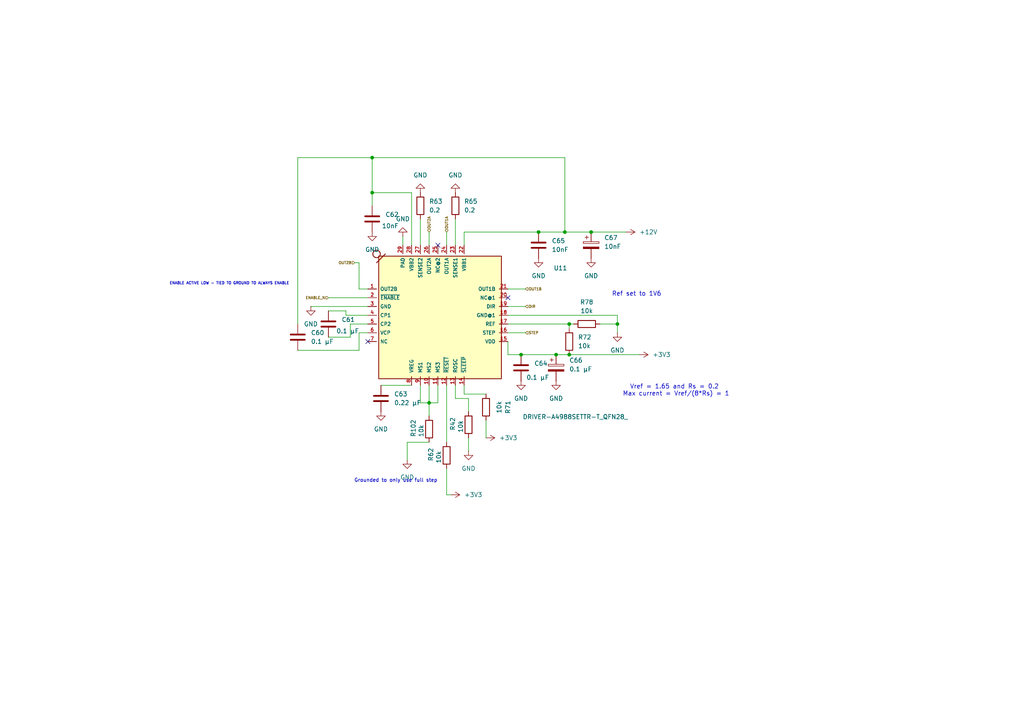
<source format=kicad_sch>
(kicad_sch (version 20250114) (generator "eeschema") (generator_version "9.0")
  (paper "A4")
  (lib_symbols
    (symbol "DRIVER-A4988SETTR-T_QFN28_:DRIVER-A4988SETTR-T_QFN28_" (pin_names (offset 1.016))
      (property "Reference" "U" (at -17.7851 20.3258 0))
      (property "Value" "DRIVER-A4988SETTR-T_QFN28_" (at -17.7935 -17.7935 0))
      (symbol "DRIVER-A4988SETTR-T_QFN28__0_0"
        (circle (center -17.78 17.78) (radius 1.0776) (stroke (width 0.254)))
        (polyline (pts (xy -17.78 15.24) (xy -15.24 17.78)) (stroke (width 0.254)))
        (rectangle (start -17.145 -18.415) (end 18.415 17.145) (stroke (width 0.254)) (fill (type background)))
        (pin bidirectional line (at -20.32 7.62 0) (length 2.54) (name "OUT2B") (number "1"))
        (pin bidirectional line (at -20.32 5.08 0) (length 2.54) (name "~{ENABLE}") (number "2"))
        (pin bidirectional line (at -20.32 2.54 0) (length 2.54) (name "GND") (number "3"))
        (pin bidirectional line (at -20.32 0 0) (length 2.54) (name "CP1") (number "4"))
        (pin bidirectional line (at -20.32 -2.54 0) (length 2.54) (name "CP2") (number "5"))
        (pin bidirectional line (at -20.32 -5.08 0) (length 2.54) (name "VCP") (number "6"))
        (pin bidirectional line (at -20.32 -7.62 0) (length 2.54) (name "NC") (number "7"))
        (pin bidirectional line (at -10.16 20.32 270) (length 2.54) (name "PAD") (number "29"))
        (pin bidirectional line (at -7.62 20.32 270) (length 2.54) (name "VBB2") (number "28"))
        (pin bidirectional line (at -7.62 -20.32 90) (length 2.54) (name "VREG") (number "8"))
        (pin bidirectional line (at -5.08 20.32 270) (length 2.54) (name "SENSE2") (number "27"))
        (pin bidirectional line (at -5.08 -20.32 90) (length 2.54) (name "MS1") (number "9"))
        (pin bidirectional line (at -2.54 20.32 270) (length 2.54) (name "OUT2A") (number "26"))
        (pin bidirectional line (at -2.54 -20.32 90) (length 2.54) (name "MS2") (number "10"))
        (pin bidirectional line (at 0 20.32 270) (length 2.54) (name "NC@2") (number "25"))
        (pin bidirectional line (at 0 -20.32 90) (length 2.54) (name "MS3") (number "11"))
        (pin bidirectional line (at 2.54 20.32 270) (length 2.54) (name "OUT1A") (number "24"))
        (pin bidirectional line (at 2.54 -20.32 90) (length 2.54) (name "~{RESET}") (number "12"))
        (pin bidirectional line (at 5.08 20.32 270) (length 2.54) (name "SENSE1") (number "23"))
        (pin bidirectional line (at 5.08 -20.32 90) (length 2.54) (name "ROSC") (number "13"))
        (pin bidirectional line (at 7.62 20.32 270) (length 2.54) (name "VBB1") (number "22"))
        (pin bidirectional line (at 7.62 -20.32 90) (length 2.54) (name "~{SLEEP}") (number "14"))
        (pin bidirectional line (at 20.32 7.62 180) (length 2.54) (name "OUT1B") (number "21"))
        (pin bidirectional line (at 20.32 5.08 180) (length 2.54) (name "NC@1") (number "20"))
        (pin bidirectional line (at 20.32 2.54 180) (length 2.54) (name "DIR") (number "19"))
        (pin bidirectional line (at 20.32 0 180) (length 2.54) (name "GND@1") (number "18"))
        (pin bidirectional line (at 20.32 -2.54 180) (length 2.54) (name "REF") (number "17"))
        (pin bidirectional line (at 20.32 -5.08 180) (length 2.54) (name "STEP") (number "16"))
        (pin bidirectional line (at 20.32 -7.62 180) (length 2.54) (name "VDD") (number "15"))
      )
    )
    (symbol "Device:C" (pin_numbers (hide yes)) (pin_names (offset 0.254))
      (property "Reference" "C" (at 0.635 2.54 0))
      (property "Value" "C" (at 0.635 -2.54 0))
      (symbol "C_0_1"
        (polyline (pts (xy -2.032 0.762) (xy 2.032 0.762)) (stroke (width 0.508)))
        (polyline (pts (xy -2.032 -0.762) (xy 2.032 -0.762)) (stroke (width 0.508)))
      )
      (symbol "C_1_1"
        (pin passive line (at 0 3.81 270) (length 2.794) (name "~") (number "1"))
        (pin passive line (at 0 -3.81 90) (length 2.794) (name "~") (number "2"))
      )
    )
    (symbol "Device:C_Polarized" (pin_numbers (hide yes)) (pin_names (offset 0.254))
      (property "Reference" "C" (at 0.635 2.54 0))
      (property "Value" "C_Polarized" (at 0.635 -2.54 0))
      (symbol "C_Polarized_0_1"
        (rectangle (start -2.286 0.508) (end 2.286 1.016))
        (polyline (pts (xy -1.778 2.286) (xy -0.762 2.286)))
        (polyline (pts (xy -1.27 2.794) (xy -1.27 1.778)))
        (rectangle (start 2.286 -0.508) (end -2.286 -1.016) (fill (type outline)))
      )
      (symbol "C_Polarized_1_1"
        (pin passive line (at 0 3.81 270) (length 2.794) (name "~") (number "1"))
        (pin passive line (at 0 -3.81 90) (length 2.794) (name "~") (number "2"))
      )
    )
    (symbol "Device:R" (pin_numbers (hide yes)) (pin_names (offset 0))
      (property "Reference" "R" (at 2.032 0 90))
      (property "Value" "R" (at 0 0 90))
      (symbol "R_0_1"
        (rectangle (start -1.016 -2.54) (end 1.016 2.54) (stroke (width 0.254)))
      )
      (symbol "R_1_1"
        (pin passive line (at 0 3.81 270) (length 1.27) (name "~") (number "1"))
        (pin passive line (at 0 -3.81 90) (length 1.27) (name "~") (number "2"))
      )
    )
    (symbol "power:+3V3" (power) (pin_numbers (hide yes)) (pin_names (offset 0) (hide yes))
      (property "Value" "+3V3" (at 0 3.556 0))
      (symbol "+3V3_0_1"
        (polyline (pts (xy -0.762 1.27) (xy 0 2.54)))
        (polyline (pts (xy 0 2.54) (xy 0.762 1.27)))
        (polyline (pts (xy 0 0) (xy 0 2.54)))
      )
      (symbol "+3V3_1_1"
        (pin power_in line (at 0 0 90) (length 0) (name "~") (number "1"))
      )
    )
    (symbol "power:GND" (power) (pin_numbers (hide yes)) (pin_names (offset 0) (hide yes))
      (property "Value" "GND" (at 0 -3.81 0))
      (symbol "GND_0_1"
        (polyline (pts (xy 0 0) (xy 0 -1.27) (xy 1.27 -1.27) (xy 0 -2.54) (xy -1.27 -1.27) (xy 0 -1.27)))
      )
      (symbol "GND_1_1"
        (pin power_in line (at 0 0 270) (length 0) (name "~") (number "1"))
      )
    )
  )
  (text "ENABLE ACTIVE LOW - TIED TO GROUND TO ALWAYS ENABLE\n" (at 66.548 82.296 0) (effects (font (size 0.762 0.762))))
  (text "Ref set to 1V6\n" (at 184.658 85.344 0) (effects (font (size 1.27 1.27))))
  (text "Vref = 1.65 and Rs = 0.2 \nMax current = Vref/(8*Rs) = 1\n" (at 196.088 113.284 0) (effects (font (size 1.27 1.27))))
  (text "Grounded to only use full step" (at 114.808 139.446 0) (effects (font (size 1.016 1.016))))
  (junction (at 163.83 67.31))
  (junction (at 107.95 55.88))
  (junction (at 156.21 67.31))
  (junction (at 165.1 102.87))
  (junction (at 161.29 102.87))
  (junction (at 124.46 116.84))
  (junction (at 165.1 93.98))
  (junction (at 107.95 45.72))
  (junction (at 179.07 93.98))
  (junction (at 151.13 102.87))
  (junction (at 171.45 67.31))
  (no_connect (at 106.68 99.06))
  (no_connect (at 147.32 86.36))
  (no_connect (at 127 71.12))
  (wire (pts (xy 107.95 45.72) (xy 107.95 55.88)))
  (wire (pts (xy 179.07 91.44) (xy 179.07 93.98)))
  (wire (pts (xy 132.08 63.5) (xy 132.08 71.12)))
  (wire (pts (xy 127 111.76) (xy 127 116.84)))
  (wire (pts (xy 104.14 83.82) (xy 106.68 83.82)))
  (wire (pts (xy 165.1 93.98) (xy 166.37 93.98)))
  (wire (pts (xy 95.25 86.36) (xy 106.68 86.36)))
  (wire (pts (xy 107.95 45.72) (xy 86.36 45.72)))
  (wire (pts (xy 147.32 102.87) (xy 151.13 102.87)))
  (wire (pts (xy 134.62 67.31) (xy 156.21 67.31)))
  (wire (pts (xy 118.11 128.27) (xy 118.11 133.35)))
  (wire (pts (xy 107.95 55.88) (xy 119.38 55.88)))
  (wire (pts (xy 147.32 91.44) (xy 179.07 91.44)))
  (wire (pts (xy 140.97 114.3) (xy 134.62 114.3)))
  (wire (pts (xy 121.92 111.76) (xy 121.92 116.84)))
  (wire (pts (xy 134.62 114.3) (xy 134.62 111.76)))
  (wire (pts (xy 101.6 93.98) (xy 106.68 93.98)))
  (wire (pts (xy 116.84 68.58) (xy 116.84 71.12)))
  (wire (pts (xy 132.08 115.57) (xy 132.08 111.76)))
  (wire (pts (xy 129.54 111.76) (xy 129.54 128.27)))
  (wire (pts (xy 124.46 116.84) (xy 124.46 120.65)))
  (wire (pts (xy 161.29 102.87) (xy 165.1 102.87)))
  (wire (pts (xy 95.25 97.79) (xy 101.6 97.79)))
  (wire (pts (xy 121.92 116.84) (xy 124.46 116.84)))
  (wire (pts (xy 163.83 67.31) (xy 163.83 45.72)))
  (wire (pts (xy 173.99 93.98) (xy 179.07 93.98)))
  (wire (pts (xy 165.1 93.98) (xy 165.1 95.25)))
  (wire (pts (xy 163.83 45.72) (xy 107.95 45.72)))
  (wire (pts (xy 86.36 101.6) (xy 104.14 101.6)))
  (wire (pts (xy 179.07 93.98) (xy 179.07 96.52)))
  (wire (pts (xy 121.92 63.5) (xy 121.92 71.12)))
  (wire (pts (xy 102.87 76.2) (xy 104.14 76.2)))
  (wire (pts (xy 129.54 67.31) (xy 129.54 71.12)))
  (wire (pts (xy 90.17 88.9) (xy 106.68 88.9)))
  (wire (pts (xy 104.14 96.52) (xy 106.68 96.52)))
  (wire (pts (xy 104.14 101.6) (xy 104.14 96.52)))
  (wire (pts (xy 106.68 91.44) (xy 100.33 91.44)))
  (wire (pts (xy 140.97 121.92) (xy 140.97 127)))
  (wire (pts (xy 110.49 111.76) (xy 119.38 111.76)))
  (wire (pts (xy 100.33 90.17) (xy 95.25 90.17)))
  (wire (pts (xy 124.46 128.27) (xy 118.11 128.27)))
  (wire (pts (xy 124.46 116.84) (xy 127 116.84)))
  (wire (pts (xy 147.32 99.06) (xy 147.32 102.87)))
  (wire (pts (xy 171.45 67.31) (xy 181.61 67.31)))
  (wire (pts (xy 147.32 88.9) (xy 152.4 88.9)))
  (wire (pts (xy 107.95 55.88) (xy 107.95 59.69)))
  (wire (pts (xy 129.54 135.89) (xy 129.54 143.51)))
  (wire (pts (xy 124.46 67.31) (xy 124.46 71.12)))
  (wire (pts (xy 134.62 71.12) (xy 134.62 67.31)))
  (wire (pts (xy 147.32 96.52) (xy 152.4 96.52)))
  (wire (pts (xy 101.6 97.79) (xy 101.6 93.98)))
  (wire (pts (xy 135.89 115.57) (xy 132.08 115.57)))
  (wire (pts (xy 100.33 91.44) (xy 100.33 90.17)))
  (wire (pts (xy 124.46 111.76) (xy 124.46 116.84)))
  (wire (pts (xy 165.1 102.87) (xy 185.42 102.87)))
  (wire (pts (xy 86.36 45.72) (xy 86.36 93.98)))
  (wire (pts (xy 135.89 115.57) (xy 135.89 119.38)))
  (wire (pts (xy 151.13 102.87) (xy 161.29 102.87)))
  (wire (pts (xy 129.54 143.51) (xy 130.81 143.51)))
  (wire (pts (xy 147.32 93.98) (xy 165.1 93.98)))
  (wire (pts (xy 135.89 127) (xy 135.89 130.81)))
  (wire (pts (xy 119.38 71.12) (xy 119.38 55.88)))
  (wire (pts (xy 104.14 76.2) (xy 104.14 83.82)))
  (wire (pts (xy 156.21 67.31) (xy 163.83 67.31)))
  (wire (pts (xy 163.83 67.31) (xy 171.45 67.31)))
  (wire (pts (xy 147.32 83.82) (xy 152.4 83.82)))
  (hierarchical_label "ENABLE_N" (shape input) (at 95.25 86.36 180) (effects (font (size 0.762 0.762))))
  (hierarchical_label "STEP" (shape input) (at 152.4 96.52 0) (effects (font (size 0.762 0.762))))
  (hierarchical_label "DIR" (shape input) (at 152.4 88.9 0) (effects (font (size 0.762 0.762))))
  (hierarchical_label "OUT2B" (shape input) (at 102.87 76.2 180) (effects (font (size 0.762 0.762))))
  (hierarchical_label "OUT1A" (shape input) (at 129.54 67.31 90) (effects (font (size 0.762 0.762))))
  (hierarchical_label "OUT2A" (shape input) (at 124.46 67.31 90) (effects (font (size 0.762 0.762))))
  (hierarchical_label "OUT1B" (shape input) (at 152.4 83.82 0) (effects (font (size 0.762 0.762))))
  (symbol (lib_id "Device:R") (at 121.92 59.69 0) (unit 1)
    (property "Reference" "R8" (at 124.46 58.4199 0) (effects (justify left)))
    (property "Value" "0.2" (at 124.46 60.9599 0) (effects (justify left)))
    (property "Footprint" "Resistor_SMD:R_0805_2012Metric" (effects (hide yes)))
    (property "Description" "Resistor" (effects (hide yes)))
    (instances (project "DST" (path "" (reference "R63") (unit 1)) (path "" (reference "R23") (unit 1)) (path "" (reference "R15") (unit 1)) (path "" (reference "R91") (unit 1)) (path "" (reference "R31") (unit 1)) (path "" (reference "R55") (unit 1)) (path "" (reference "R99") (unit 1)) (path "" (reference "R107") (unit 1)) (path "" (reference "R39") (unit 1)) (path "" (reference "R83") (unit 1)) (path "" (reference "R47") (unit 1)) (path "" (reference "R8") (unit 1))))
  )
  (symbol (lib_id "power:GND") (at 156.21 74.93 0) (unit 1)
    (property "Reference" "#PWR017" (effects (hide yes)))
    (property "Value" "GND" (at 156.21 80.01 0))
    (property "Description" "Power symbol creates a global label with name \"GND\" , ground" (effects (hide yes)))
    (instances (project "DST" (path "" (reference "#PWR0103") (unit 1)) (path "" (reference "#PWR039") (unit 1)) (path "" (reference "#PWR028") (unit 1)) (path "" (reference "#PWR0138") (unit 1)) (path "" (reference "#PWR051") (unit 1)) (path "" (reference "#PWR090") (unit 1)) (path "" (reference "#PWR0152") (unit 1)) (path "" (reference "#PWR0212") (unit 1)) (path "" (reference "#PWR064") (unit 1)) (path "" (reference "#PWR0116") (unit 1)) (path "" (reference "#PWR077") (unit 1)) (path "" (reference "#PWR017") (unit 1))))
  )
  (symbol (lib_id "Device:C") (at 86.36 97.79 180) (unit 1)
    (property "Reference" "C9" (at 90.17 96.5199 0) (effects (justify right)))
    (property "Value" "0.1 µF" (at 90.17 99.0599 0) (effects (justify right)))
    (property "Footprint" "Capacitor_SMD:C_0603_1608Metric" (effects (hide yes)))
    (property "Description" "Unpolarized capacitor" (effects (hide yes)))
    (instances (project "DST" (path "" (reference "C60") (unit 1)) (path "" (reference "C20") (unit 1)) (path "" (reference "C12") (unit 1)) (path "" (reference "C76") (unit 1)) (path "" (reference "C28") (unit 1)) (path "" (reference "C52") (unit 1)) (path "" (reference "C84") (unit 1)) (path "" (reference "C92") (unit 1)) (path "" (reference "C36") (unit 1)) (path "" (reference "C68") (unit 1)) (path "" (reference "C44") (unit 1)) (path "" (reference "C9") (unit 1))))
  )
  (symbol (lib_id "power:+3V3") (at 130.81 143.51 270) (unit 1)
    (property "Reference" "#PWR0216" (effects (hide yes)))
    (property "Value" "+3V3" (at 134.62 143.5099 90) (effects (justify left)))
    (property "Description" "Power symbol creates a global label with name \"+3V3\"" (effects (hide yes)))
    (instances (project "DST" (path "" (reference "#PWR0223") (unit 1)) (path "" (reference "#PWR0218") (unit 1)) (path "" (reference "#PWR0217") (unit 1)) (path "" (reference "#PWR0225") (unit 1)) (path "" (reference "#PWR0219") (unit 1)) (path "" (reference "#PWR0222") (unit 1)) (path "" (reference "#PWR0226") (unit 1)) (path "" (reference "#PWR0227") (unit 1)) (path "" (reference "#PWR0220") (unit 1)) (path "" (reference "#PWR0224") (unit 1)) (path "" (reference "#PWR0221") (unit 1)) (path "" (reference "#PWR0216") (unit 1))))
  )
  (symbol (lib_id "power:GND") (at 171.45 74.93 0) (unit 1)
    (property "Reference" "#PWR016" (effects (hide yes)))
    (property "Value" "GND" (at 171.45 80.01 0))
    (property "Description" "Power symbol creates a global label with name \"GND\" , ground" (effects (hide yes)))
    (instances (project "DST" (path "" (reference "#PWR0105") (unit 1)) (path "" (reference "#PWR041") (unit 1)) (path "" (reference "#PWR030") (unit 1)) (path "" (reference "#PWR0140") (unit 1)) (path "" (reference "#PWR053") (unit 1)) (path "" (reference "#PWR092") (unit 1)) (path "" (reference "#PWR0156") (unit 1)) (path "" (reference "#PWR0215") (unit 1)) (path "" (reference "#PWR066") (unit 1)) (path "" (reference "#PWR0118") (unit 1)) (path "" (reference "#PWR079") (unit 1)) (path "" (reference "#PWR016") (unit 1))))
  )
  (symbol (lib_id "power:GND") (at 110.49 119.38 0) (unit 1)
    (property "Reference" "#PWR02" (effects (hide yes)))
    (property "Value" "GND" (at 110.49 124.46 0))
    (property "Description" "Power symbol creates a global label with name \"GND\" , ground" (effects (hide yes)))
    (instances (project "DST" (path "" (reference "#PWR096") (unit 1)) (path "" (reference "#PWR07") (unit 1)) (path "" (reference "#PWR05") (unit 1)) (path "" (reference "#PWR0122") (unit 1)) (path "" (reference "#PWR09") (unit 1)) (path "" (reference "#PWR083") (unit 1)) (path "" (reference "#PWR0145") (unit 1)) (path "" (reference "#PWR0161") (unit 1)) (path "" (reference "#PWR057") (unit 1)) (path "" (reference "#PWR0109") (unit 1)) (path "" (reference "#PWR070") (unit 1)) (path "" (reference "#PWR02") (unit 1))))
  )
  (symbol (lib_id "Device:R") (at 124.46 124.46 180) (unit 1)
    (property "Reference" "R64" (at 119.888 124.206 90))
    (property "Value" "10k" (at 122.174 124.968 90))
    (property "Footprint" "Resistor_SMD:R_0805_2012Metric" (effects (hide yes)))
    (property "Description" "Resistor" (effects (hide yes)))
    (instances (project "DST" (path "" (reference "R102") (unit 1)) (path "" (reference "R84") (unit 1)) (path "" (reference "R66") (unit 1)) (path "" (reference "R110") (unit 1)) (path "" (reference "R86") (unit 1)) (path "" (reference "R100") (unit 1)) (path "" (reference "R114") (unit 1)) (path "" (reference "R115") (unit 1)) (path "" (reference "R92") (unit 1)) (path "" (reference "R108") (unit 1)) (path "" (reference "R94") (unit 1)) (path "" (reference "R64") (unit 1))))
  )
  (symbol (lib_id "DRIVER-A4988SETTR-T_QFN28_:DRIVER-A4988SETTR-T_QFN28_") (at 127 91.44 0) (unit 1)
    (property "Reference" "U4" (at 162.56 77.7492 0))
    (property "Value" "DRIVER-A4988SETTR-T_QFN28_" (at 166.878 120.904 0))
    (property "Footprint" "DRIVER-A4988SETTR-T_QFN28_:QFN28G_0.5-5X5MM" (effects (hide yes)))
    (property "MF" "Allegro MicroSystems LLC" (effects (hide yes)))
    (property "Description_1" "Bipolar Motor Driver DMOS Logic 28-QFN (5x5)" (effects (hide yes)))
    (property "Package" "QFN-28 Allegro MicroSystems LLC" (effects (hide yes)))
    (property "MPN" "A4988SETTR-T" (effects (hide yes)))
    (property "Price" "None" (effects (hide yes)))
    (property "SnapEDA_Link" "https://www.snapeda.com/parts/A4988SETTRT/Allegro/view-part/?ref=snap" (effects (hide yes)))
    (property "MP" "A4988SETTRT" (effects (hide yes)))
    (property "Availability" "In Stock" (effects (hide yes)))
    (property "Check_prices" "https://www.snapeda.com/parts/A4988SETTRT/Allegro/view-part/?ref=eda" (effects (hide yes)))
    (instances (project "DST" (path "" (reference "U11") (unit 1)) (path "" (reference "U6") (unit 1)) (path "" (reference "U5") (unit 1)) (path "" (reference "U13") (unit 1)) (path "" (reference "U7") (unit 1)) (path "" (reference "U10") (unit 1)) (path "" (reference "U14") (unit 1)) (path "" (reference "U15") (unit 1)) (path "" (reference "U8") (unit 1)) (path "" (reference "U12") (unit 1)) (path "" (reference "U9") (unit 1)) (path "" (reference "U4") (unit 1))))
  )
  (symbol (lib_id "power:GND") (at 132.08 55.88 180) (unit 1)
    (property "Reference" "#PWR015" (effects (hide yes)))
    (property "Value" "GND" (at 132.08 50.8 0))
    (property "Description" "Power symbol creates a global label with name \"GND\" , ground" (effects (hide yes)))
    (instances (project "DST" (path "" (reference "#PWR0100") (unit 1)) (path "" (reference "#PWR036") (unit 1)) (path "" (reference "#PWR025") (unit 1)) (path "" (reference "#PWR0126") (unit 1)) (path "" (reference "#PWR048") (unit 1)) (path "" (reference "#PWR087") (unit 1)) (path "" (reference "#PWR0149") (unit 1)) (path "" (reference "#PWR0165") (unit 1)) (path "" (reference "#PWR061") (unit 1)) (path "" (reference "#PWR0113") (unit 1)) (path "" (reference "#PWR074") (unit 1)) (path "" (reference "#PWR015") (unit 1))))
  )
  (symbol (lib_id "Device:C_Polarized") (at 161.29 106.68 0) (unit 1)
    (property "Reference" "C11" (at 165.1 104.5209 0) (effects (justify left)))
    (property "Value" "0.1 µF" (at 165.1 107.0609 0) (effects (justify left)))
    (property "Footprint" "Capacitor_SMD:C_0603_1608Metric" (effects (hide yes)))
    (property "Description" "Polarized capacitor" (effects (hide yes)))
    (instances (project "DST" (path "" (reference "C66") (unit 1)) (path "" (reference "C26") (unit 1)) (path "" (reference "C18") (unit 1)) (path "" (reference "C82") (unit 1)) (path "" (reference "C34") (unit 1)) (path "" (reference "C58") (unit 1)) (path "" (reference "C90") (unit 1)) (path "" (reference "C98") (unit 1)) (path "" (reference "C42") (unit 1)) (path "" (reference "C74") (unit 1)) (path "" (reference "C50") (unit 1)) (path "" (reference "C11") (unit 1))))
  )
  (symbol (lib_id "power:GND") (at 118.11 133.35 0) (unit 1)
    (property "Reference" "#PWR04" (effects (hide yes)))
    (property "Value" "GND" (at 118.11 138.43 0))
    (property "Description" "Power symbol creates a global label with name \"GND\" , ground" (effects (hide yes)))
    (instances (project "DST" (path "" (reference "#PWR099") (unit 1)) (path "" (reference "#PWR08") (unit 1)) (path "" (reference "#PWR06") (unit 1)) (path "" (reference "#PWR0125") (unit 1)) (path "" (reference "#PWR047") (unit 1)) (path "" (reference "#PWR086") (unit 1)) (path "" (reference "#PWR0148") (unit 1)) (path "" (reference "#PWR0164") (unit 1)) (path "" (reference "#PWR060") (unit 1)) (path "" (reference "#PWR0112") (unit 1)) (path "" (reference "#PWR073") (unit 1)) (path "" (reference "#PWR04") (unit 1))))
  )
  (symbol (lib_id "power:GND") (at 90.17 88.9 0) (unit 1)
    (property "Reference" "#PWR011" (effects (hide yes)))
    (property "Value" "GND" (at 90.17 93.98 0))
    (property "Description" "Power symbol creates a global label with name \"GND\" , ground" (effects (hide yes)))
    (instances (project "DST" (path "" (reference "#PWR094") (unit 1)) (path "" (reference "#PWR032") (unit 1)) (path "" (reference "#PWR021") (unit 1)) (path "" (reference "#PWR0120") (unit 1)) (path "" (reference "#PWR043") (unit 1)) (path "" (reference "#PWR081") (unit 1)) (path "" (reference "#PWR0143") (unit 1)) (path "" (reference "#PWR0159") (unit 1)) (path "" (reference "#PWR055") (unit 1)) (path "" (reference "#PWR0107") (unit 1)) (path "" (reference "#PWR068") (unit 1)) (path "" (reference "#PWR011") (unit 1))))
  )
  (symbol (lib_id "Device:R") (at 165.1 99.06 180) (unit 1)
    (property "Reference" "R11" (at 167.64 97.7899 0) (effects (justify right)))
    (property "Value" "10k" (at 167.64 100.3299 0) (effects (justify right)))
    (property "Footprint" "Resistor_SMD:R_0805_2012Metric" (effects (hide yes)))
    (property "Description" "Resistor" (effects (hide yes)))
    (instances (project "DST" (path "" (reference "R72") (unit 1)) (path "" (reference "R28") (unit 1)) (path "" (reference "R20") (unit 1)) (path "" (reference "R96") (unit 1)) (path "" (reference "R36") (unit 1)) (path "" (reference "R60") (unit 1)) (path "" (reference "R104") (unit 1)) (path "" (reference "R112") (unit 1)) (path "" (reference "R44") (unit 1)) (path "" (reference "R88") (unit 1)) (path "" (reference "R52") (unit 1)) (path "" (reference "R11") (unit 1))))
  )
  (symbol (lib_id "Device:C") (at 107.95 63.5 0) (unit 1)
    (property "Reference" "C6" (at 111.76 62.2299 0) (effects (justify left)))
    (property "Value" "10nF" (at 110.744 65.532 0) (effects (justify left)))
    (property "Footprint" "Capacitor_SMD:C_0603_1608Metric" (effects (hide yes)))
    (property "Description" "Unpolarized capacitor" (effects (hide yes)))
    (instances (project "DST" (path "" (reference "C62") (unit 1)) (path "" (reference "C22") (unit 1)) (path "" (reference "C14") (unit 1)) (path "" (reference "C78") (unit 1)) (path "" (reference "C30") (unit 1)) (path "" (reference "C54") (unit 1)) (path "" (reference "C86") (unit 1)) (path "" (reference "C94") (unit 1)) (path "" (reference "C38") (unit 1)) (path "" (reference "C70") (unit 1)) (path "" (reference "C46") (unit 1)) (path "" (reference "C6") (unit 1))))
  )
  (symbol (lib_id "power:+3V3") (at 185.42 102.87 270) (unit 1)
    (property "Reference" "#PWR0128" (effects (hide yes)))
    (property "Value" "+3V3" (at 189.23 102.8699 90) (effects (justify left)))
    (property "Description" "Power symbol creates a global label with name \"+3V3\"" (effects (hide yes)))
    (instances (project "DST" (path "" (reference "#PWR0134") (unit 1)) (path "" (reference "#PWR0129") (unit 1)) (path "" (reference "#PWR0127") (unit 1)) (path "" (reference "#PWR0142") (unit 1)) (path "" (reference "#PWR0130") (unit 1)) (path "" (reference "#PWR0133") (unit 1)) (path "" (reference "#PWR0158") (unit 1)) (path "" (reference "#PWR0229") (unit 1)) (path "" (reference "#PWR0131") (unit 1)) (path "" (reference "#PWR0135") (unit 1)) (path "" (reference "#PWR0132") (unit 1)) (path "" (reference "#PWR0128") (unit 1))))
  )
  (symbol (lib_id "Device:C_Polarized") (at 171.45 71.12 0) (unit 1)
    (property "Reference" "C7" (at 175.26 68.9609 0) (effects (justify left)))
    (property "Value" "10nF" (at 175.26 71.5009 0) (effects (justify left)))
    (property "Footprint" "Capacitor_SMD:C_0603_1608Metric" (effects (hide yes)))
    (property "Description" "Polarized capacitor" (effects (hide yes)))
    (instances (project "DST" (path "" (reference "C67") (unit 1)) (path "" (reference "C27") (unit 1)) (path "" (reference "C19") (unit 1)) (path "" (reference "C83") (unit 1)) (path "" (reference "C35") (unit 1)) (path "" (reference "C59") (unit 1)) (path "" (reference "C91") (unit 1)) (path "" (reference "C99") (unit 1)) (path "" (reference "C43") (unit 1)) (path "" (reference "C75") (unit 1)) (path "" (reference "C51") (unit 1)) (path "" (reference "C7") (unit 1))))
  )
  (symbol (lib_id "Device:C") (at 156.21 71.12 0) (unit 1)
    (property "Reference" "C8" (at 160.02 69.8499 0) (effects (justify left)))
    (property "Value" "10nF" (at 160.02 72.3899 0) (effects (justify left)))
    (property "Footprint" "Capacitor_SMD:C_0603_1608Metric" (effects (hide yes)))
    (property "Description" "Unpolarized capacitor" (effects (hide yes)))
    (instances (project "DST" (path "" (reference "C65") (unit 1)) (path "" (reference "C25") (unit 1)) (path "" (reference "C17") (unit 1)) (path "" (reference "C81") (unit 1)) (path "" (reference "C33") (unit 1)) (path "" (reference "C57") (unit 1)) (path "" (reference "C89") (unit 1)) (path "" (reference "C97") (unit 1)) (path "" (reference "C41") (unit 1)) (path "" (reference "C73") (unit 1)) (path "" (reference "C49") (unit 1)) (path "" (reference "C8") (unit 1))))
  )
  (symbol (lib_id "Device:R") (at 135.89 123.19 180) (unit 1)
    (property "Reference" "R16" (at 131.318 122.936 90))
    (property "Value" "10k" (at 133.604 123.698 90))
    (property "Footprint" "Resistor_SMD:R_0805_2012Metric" (effects (hide yes)))
    (property "Description" "Resistor" (effects (hide yes)))
    (instances (project "DST" (path "" (reference "R42") (unit 1)) (path "" (reference "R24") (unit 1)) (path "" (reference "R18") (unit 1)) (path "" (reference "R50") (unit 1)) (path "" (reference "R26") (unit 1)) (path "" (reference "R40") (unit 1)) (path "" (reference "R56") (unit 1)) (path "" (reference "R58") (unit 1)) (path "" (reference "R32") (unit 1)) (path "" (reference "R48") (unit 1)) (path "" (reference "R34") (unit 1)) (path "" (reference "R16") (unit 1))))
  )
  (symbol (lib_id "Device:R") (at 170.18 93.98 90) (unit 1)
    (property "Reference" "R10" (at 170.18 87.63 90))
    (property "Value" "10k" (at 170.18 90.17 90))
    (property "Footprint" "Resistor_SMD:R_0805_2012Metric" (effects (hide yes)))
    (property "Description" "Resistor" (effects (hide yes)))
    (instances (project "DST" (path "" (reference "R78") (unit 1)) (path "" (reference "R29") (unit 1)) (path "" (reference "R21") (unit 1)) (path "" (reference "R97") (unit 1)) (path "" (reference "R37") (unit 1)) (path "" (reference "R61") (unit 1)) (path "" (reference "R105") (unit 1)) (path "" (reference "R113") (unit 1)) (path "" (reference "R45") (unit 1)) (path "" (reference "R89") (unit 1)) (path "" (reference "R53") (unit 1)) (path "" (reference "R10") (unit 1))))
  )
  (symbol (lib_id "power:+3V3") (at 140.97 127 270) (unit 1)
    (property "Reference" "#PWR0169" (effects (hide yes)))
    (property "Value" "+3V3" (at 144.78 126.9999 90) (effects (justify left)))
    (property "Description" "Power symbol creates a global label with name \"+3V3\"" (effects (hide yes)))
    (instances (project "DST" (path "" (reference "#PWR0196") (unit 1)) (path "" (reference "#PWR0185") (unit 1)) (path "" (reference "#PWR0184") (unit 1)) (path "" (reference "#PWR0198") (unit 1)) (path "" (reference "#PWR0186") (unit 1)) (path "" (reference "#PWR0195") (unit 1)) (path "" (reference "#PWR0209") (unit 1)) (path "" (reference "#PWR0211") (unit 1)) (path "" (reference "#PWR0188") (unit 1)) (path "" (reference "#PWR0197") (unit 1)) (path "" (reference "#PWR0190") (unit 1)) (path "" (reference "#PWR0169") (unit 1))))
  )
  (symbol (lib_id "power:GND") (at 107.95 67.31 0) (unit 1)
    (property "Reference" "#PWR013" (effects (hide yes)))
    (property "Value" "GND" (at 107.95 72.39 0))
    (property "Description" "Power symbol creates a global label with name \"GND\" , ground" (effects (hide yes)))
    (instances (project "DST" (path "" (reference "#PWR095") (unit 1)) (path "" (reference "#PWR033") (unit 1)) (path "" (reference "#PWR022") (unit 1)) (path "" (reference "#PWR0121") (unit 1)) (path "" (reference "#PWR044") (unit 1)) (path "" (reference "#PWR082") (unit 1)) (path "" (reference "#PWR0144") (unit 1)) (path "" (reference "#PWR0160") (unit 1)) (path "" (reference "#PWR056") (unit 1)) (path "" (reference "#PWR0108") (unit 1)) (path "" (reference "#PWR069") (unit 1)) (path "" (reference "#PWR013") (unit 1))))
  )
  (symbol (lib_id "power:GND") (at 135.89 130.81 0) (unit 1)
    (property "Reference" "#PWR010" (effects (hide yes)))
    (property "Value" "GND" (at 135.89 135.89 0))
    (property "Description" "Power symbol creates a global label with name \"GND\" , ground" (effects (hide yes)))
    (instances (project "DST" (path "" (reference "#PWR0101") (unit 1)) (path "" (reference "#PWR037") (unit 1)) (path "" (reference "#PWR026") (unit 1)) (path "" (reference "#PWR0136") (unit 1)) (path "" (reference "#PWR049") (unit 1)) (path "" (reference "#PWR088") (unit 1)) (path "" (reference "#PWR0150") (unit 1)) (path "" (reference "#PWR0166") (unit 1)) (path "" (reference "#PWR062") (unit 1)) (path "" (reference "#PWR0114") (unit 1)) (path "" (reference "#PWR075") (unit 1)) (path "" (reference "#PWR010") (unit 1))))
  )
  (symbol (lib_id "power:GND") (at 121.92 55.88 180) (unit 1)
    (property "Reference" "#PWR014" (effects (hide yes)))
    (property "Value" "GND" (at 121.92 50.8 0))
    (property "Description" "Power symbol creates a global label with name \"GND\" , ground" (effects (hide yes)))
    (instances (project "DST" (path "" (reference "#PWR098") (unit 1)) (path "" (reference "#PWR035") (unit 1)) (path "" (reference "#PWR024") (unit 1)) (path "" (reference "#PWR0124") (unit 1)) (path "" (reference "#PWR046") (unit 1)) (path "" (reference "#PWR085") (unit 1)) (path "" (reference "#PWR0147") (unit 1)) (path "" (reference "#PWR0163") (unit 1)) (path "" (reference "#PWR059") (unit 1)) (path "" (reference "#PWR0111") (unit 1)) (path "" (reference "#PWR072") (unit 1)) (path "" (reference "#PWR014") (unit 1))))
  )
  (symbol (lib_id "power:GND") (at 116.84 68.58 180) (unit 1)
    (property "Reference" "#PWR012" (effects (hide yes)))
    (property "Value" "GND" (at 116.84 63.5 0))
    (property "Description" "Power symbol creates a global label with name \"GND\" , ground" (effects (hide yes)))
    (instances (project "DST" (path "" (reference "#PWR097") (unit 1)) (path "" (reference "#PWR034") (unit 1)) (path "" (reference "#PWR023") (unit 1)) (path "" (reference "#PWR0123") (unit 1)) (path "" (reference "#PWR045") (unit 1)) (path "" (reference "#PWR084") (unit 1)) (path "" (reference "#PWR0146") (unit 1)) (path "" (reference "#PWR0162") (unit 1)) (path "" (reference "#PWR058") (unit 1)) (path "" (reference "#PWR0110") (unit 1)) (path "" (reference "#PWR071") (unit 1)) (path "" (reference "#PWR012") (unit 1))))
  )
  (symbol (lib_id "Device:R") (at 129.54 132.08 180) (unit 1)
    (property "Reference" "R13" (at 124.968 131.826 90))
    (property "Value" "10k" (at 127.254 132.588 90))
    (property "Footprint" "Resistor_SMD:R_0805_2012Metric" (effects (hide yes)))
    (property "Description" "Resistor" (effects (hide yes)))
    (instances (project "DST" (path "" (reference "R62") (unit 1)) (path "" (reference "R22") (unit 1)) (path "" (reference "R14") (unit 1)) (path "" (reference "R90") (unit 1)) (path "" (reference "R30") (unit 1)) (path "" (reference "R54") (unit 1)) (path "" (reference "R98") (unit 1)) (path "" (reference "R106") (unit 1)) (path "" (reference "R38") (unit 1)) (path "" (reference "R81") (unit 1)) (path "" (reference "R46") (unit 1)) (path "" (reference "R13") (unit 1))))
  )
  (symbol (lib_id "power:+3V3") (at 181.61 67.31 270) (unit 1)
    (property "Reference" "#PWR0230" (effects (hide yes)))
    (property "Value" "+12V" (at 185.42 67.3099 90) (effects (justify left)))
    (property "Description" "Power symbol creates a global label with name \"+3V3\"" (effects (hide yes)))
    (instances (project "DST" (path "" (reference "#PWR0237") (unit 1)) (path "" (reference "#PWR0232") (unit 1)) (path "" (reference "#PWR0231") (unit 1)) (path "" (reference "#PWR0239") (unit 1)) (path "" (reference "#PWR0233") (unit 1)) (path "" (reference "#PWR0236") (unit 1)) (path "" (reference "#PWR0240") (unit 1)) (path "" (reference "#PWR0241") (unit 1)) (path "" (reference "#PWR0234") (unit 1)) (path "" (reference "#PWR0238") (unit 1)) (path "" (reference "#PWR0235") (unit 1)) (path "" (reference "#PWR0230") (unit 1))))
  )
  (symbol (lib_id "power:GND") (at 161.29 110.49 0) (unit 1)
    (property "Reference" "#PWR020" (effects (hide yes)))
    (property "Value" "GND" (at 161.29 115.57 0))
    (property "Description" "Power symbol creates a global label with name \"GND\" , ground" (effects (hide yes)))
    (instances (project "DST" (path "" (reference "#PWR0104") (unit 1)) (path "" (reference "#PWR040") (unit 1)) (path "" (reference "#PWR029") (unit 1)) (path "" (reference "#PWR0139") (unit 1)) (path "" (reference "#PWR052") (unit 1)) (path "" (reference "#PWR091") (unit 1)) (path "" (reference "#PWR0155") (unit 1)) (path "" (reference "#PWR0214") (unit 1)) (path "" (reference "#PWR065") (unit 1)) (path "" (reference "#PWR0117") (unit 1)) (path "" (reference "#PWR078") (unit 1)) (path "" (reference "#PWR020") (unit 1))))
  )
  (symbol (lib_id "power:GND") (at 151.13 110.49 0) (unit 1)
    (property "Reference" "#PWR019" (effects (hide yes)))
    (property "Value" "GND" (at 151.13 115.57 0))
    (property "Description" "Power symbol creates a global label with name \"GND\" , ground" (effects (hide yes)))
    (instances (project "DST" (path "" (reference "#PWR0102") (unit 1)) (path "" (reference "#PWR038") (unit 1)) (path "" (reference "#PWR027") (unit 1)) (path "" (reference "#PWR0137") (unit 1)) (path "" (reference "#PWR050") (unit 1)) (path "" (reference "#PWR089") (unit 1)) (path "" (reference "#PWR0151") (unit 1)) (path "" (reference "#PWR0167") (unit 1)) (path "" (reference "#PWR063") (unit 1)) (path "" (reference "#PWR0115") (unit 1)) (path "" (reference "#PWR076") (unit 1)) (path "" (reference "#PWR019") (unit 1))))
  )
  (symbol (lib_id "Device:C") (at 110.49 115.57 0) (unit 1)
    (property "Reference" "C1" (at 114.3 114.2999 0) (effects (justify left)))
    (property "Value" "0.22 µF" (at 114.3 116.8399 0) (effects (justify left)))
    (property "Footprint" "Capacitor_SMD:C_0603_1608Metric" (effects (hide yes)))
    (property "Description" "Unpolarized capacitor" (effects (hide yes)))
    (instances (project "DST" (path "" (reference "C63") (unit 1)) (path "" (reference "C23") (unit 1)) (path "" (reference "C15") (unit 1)) (path "" (reference "C79") (unit 1)) (path "" (reference "C31") (unit 1)) (path "" (reference "C55") (unit 1)) (path "" (reference "C87") (unit 1)) (path "" (reference "C95") (unit 1)) (path "" (reference "C39") (unit 1)) (path "" (reference "C71") (unit 1)) (path "" (reference "C47") (unit 1)) (path "" (reference "C1") (unit 1))))
  )
  (symbol (lib_id "Device:R") (at 140.97 118.11 0) (unit 1)
    (property "Reference" "R6" (at 147.32 118.11 90))
    (property "Value" "10k" (at 144.78 118.11 90))
    (property "Footprint" "Resistor_SMD:R_0805_2012Metric" (effects (hide yes)))
    (property "Description" "Resistor" (effects (hide yes)))
    (instances (project "DST" (path "" (reference "R71") (unit 1)) (path "" (reference "R27") (unit 1)) (path "" (reference "R19") (unit 1)) (path "" (reference "R95") (unit 1)) (path "" (reference "R35") (unit 1)) (path "" (reference "R59") (unit 1)) (path "" (reference "R103") (unit 1)) (path "" (reference "R111") (unit 1)) (path "" (reference "R43") (unit 1)) (path "" (reference "R87") (unit 1)) (path "" (reference "R51") (unit 1)) (path "" (reference "R6") (unit 1))))
  )
  (symbol (lib_id "power:GND") (at 179.07 96.52 0) (unit 1)
    (property "Reference" "#PWR018" (effects (hide yes)))
    (property "Value" "GND" (at 179.07 101.6 0))
    (property "Description" "Power symbol creates a global label with name \"GND\" , ground" (effects (hide yes)))
    (instances (project "DST" (path "" (reference "#PWR0106") (unit 1)) (path "" (reference "#PWR042") (unit 1)) (path "" (reference "#PWR031") (unit 1)) (path "" (reference "#PWR0141") (unit 1)) (path "" (reference "#PWR054") (unit 1)) (path "" (reference "#PWR093") (unit 1)) (path "" (reference "#PWR0157") (unit 1)) (path "" (reference "#PWR0228") (unit 1)) (path "" (reference "#PWR067") (unit 1)) (path "" (reference "#PWR0119") (unit 1)) (path "" (reference "#PWR080") (unit 1)) (path "" (reference "#PWR018") (unit 1))))
  )
  (symbol (lib_id "Device:C") (at 151.13 106.68 0) (unit 1)
    (property "Reference" "C10" (at 154.94 105.4099 0) (effects (justify left)))
    (property "Value" "0.1 µF" (at 152.654 109.474 0) (effects (justify left)))
    (property "Footprint" "Capacitor_SMD:C_0603_1608Metric" (effects (hide yes)))
    (property "Description" "Unpolarized capacitor" (effects (hide yes)))
    (instances (project "DST" (path "" (reference "C64") (unit 1)) (path "" (reference "C24") (unit 1)) (path "" (reference "C16") (unit 1)) (path "" (reference "C80") (unit 1)) (path "" (reference "C32") (unit 1)) (path "" (reference "C56") (unit 1)) (path "" (reference "C88") (unit 1)) (path "" (reference "C96") (unit 1)) (path "" (reference "C40") (unit 1)) (path "" (reference "C72") (unit 1)) (path "" (reference "C48") (unit 1)) (path "" (reference "C10") (unit 1))))
  )
  (symbol (lib_id "Device:C") (at 95.25 93.98 180) (unit 1)
    (property "Reference" "C5" (at 99.06 92.7099 0) (effects (justify right)))
    (property "Value" "0.1 µF" (at 97.536 96.012 0) (effects (justify right)))
    (property "Footprint" "Capacitor_SMD:C_0603_1608Metric" (effects (hide yes)))
    (property "Description" "Unpolarized capacitor" (effects (hide yes)))
    (instances (project "DST" (path "" (reference "C61") (unit 1)) (path "" (reference "C21") (unit 1)) (path "" (reference "C13") (unit 1)) (path "" (reference "C77") (unit 1)) (path "" (reference "C29") (unit 1)) (path "" (reference "C53") (unit 1)) (path "" (reference "C85") (unit 1)) (path "" (reference "C93") (unit 1)) (path "" (reference "C37") (unit 1)) (path "" (reference "C69") (unit 1)) (path "" (reference "C45") (unit 1)) (path "" (reference "C5") (unit 1))))
  )
  (symbol (lib_id "Device:R") (at 132.08 59.69 0) (unit 1)
    (property "Reference" "R9" (at 134.62 58.4199 0) (effects (justify left)))
    (property "Value" "0.2" (at 134.62 60.9599 0) (effects (justify left)))
    (property "Footprint" "Resistor_SMD:R_0805_2012Metric" (effects (hide yes)))
    (property "Description" "Resistor" (effects (hide yes)))
    (instances (project "DST" (path "" (reference "R65") (unit 1)) (path "" (reference "R25") (unit 1)) (path "" (reference "R17") (unit 1)) (path "" (reference "R93") (unit 1)) (path "" (reference "R33") (unit 1)) (path "" (reference "R57") (unit 1)) (path "" (reference "R101") (unit 1)) (path "" (reference "R109") (unit 1)) (path "" (reference "R41") (unit 1)) (path "" (reference "R85") (unit 1)) (path "" (reference "R49") (unit 1)) (path "" (reference "R9") (unit 1))))
  )
)
</source>
